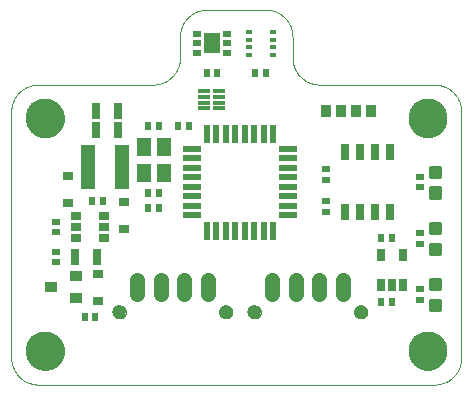
<source format=gts>
G75*
%MOIN*%
%OFA0B0*%
%FSLAX25Y25*%
%IPPOS*%
%LPD*%
%AMOC8*
5,1,8,0,0,1.08239X$1,22.5*
%
%ADD10C,0.00000*%
%ADD11C,0.12998*%
%ADD12R,0.01975X0.02762*%
%ADD13R,0.03156X0.05518*%
%ADD14R,0.03668X0.02880*%
%ADD15R,0.05124X0.14967*%
%ADD16R,0.02762X0.01975*%
%ADD17R,0.06109X0.02369*%
%ADD18R,0.02369X0.06109*%
%ADD19R,0.02900X0.05400*%
%ADD20R,0.03550X0.02880*%
%ADD21R,0.03600X0.03900*%
%ADD22R,0.05124X0.05912*%
%ADD23R,0.03943X0.03550*%
%ADD24C,0.05156*%
%ADD25C,0.04731*%
%ADD26C,0.01561*%
%ADD27R,0.02565X0.01975*%
%ADD28R,0.05321X0.07093*%
%ADD29R,0.02369X0.01778*%
%ADD30R,0.03117X0.04298*%
%ADD31R,0.04337X0.01384*%
D10*
X0014550Y0006924D02*
X0146550Y0006924D01*
X0146767Y0006927D01*
X0146985Y0006935D01*
X0147202Y0006948D01*
X0147419Y0006966D01*
X0147635Y0006990D01*
X0147850Y0007018D01*
X0148065Y0007052D01*
X0148279Y0007092D01*
X0148492Y0007136D01*
X0148704Y0007186D01*
X0148914Y0007240D01*
X0149124Y0007300D01*
X0149331Y0007364D01*
X0149537Y0007434D01*
X0149741Y0007509D01*
X0149944Y0007588D01*
X0150144Y0007673D01*
X0150343Y0007762D01*
X0150539Y0007856D01*
X0150733Y0007955D01*
X0150924Y0008058D01*
X0151113Y0008166D01*
X0151299Y0008279D01*
X0151482Y0008396D01*
X0151663Y0008517D01*
X0151840Y0008643D01*
X0152014Y0008773D01*
X0152186Y0008907D01*
X0152354Y0009045D01*
X0152518Y0009187D01*
X0152679Y0009334D01*
X0152837Y0009484D01*
X0152990Y0009637D01*
X0153140Y0009795D01*
X0153287Y0009956D01*
X0153429Y0010120D01*
X0153567Y0010288D01*
X0153701Y0010460D01*
X0153831Y0010634D01*
X0153957Y0010811D01*
X0154078Y0010992D01*
X0154195Y0011175D01*
X0154308Y0011361D01*
X0154416Y0011550D01*
X0154519Y0011741D01*
X0154618Y0011935D01*
X0154712Y0012131D01*
X0154801Y0012330D01*
X0154886Y0012530D01*
X0154965Y0012733D01*
X0155040Y0012937D01*
X0155110Y0013143D01*
X0155174Y0013350D01*
X0155234Y0013560D01*
X0155288Y0013770D01*
X0155338Y0013982D01*
X0155382Y0014195D01*
X0155422Y0014409D01*
X0155456Y0014624D01*
X0155484Y0014839D01*
X0155508Y0015055D01*
X0155526Y0015272D01*
X0155539Y0015489D01*
X0155547Y0015707D01*
X0155550Y0015924D01*
X0155550Y0097924D01*
X0155547Y0098141D01*
X0155539Y0098359D01*
X0155526Y0098576D01*
X0155508Y0098793D01*
X0155484Y0099009D01*
X0155456Y0099224D01*
X0155422Y0099439D01*
X0155382Y0099653D01*
X0155338Y0099866D01*
X0155288Y0100078D01*
X0155234Y0100288D01*
X0155174Y0100498D01*
X0155110Y0100705D01*
X0155040Y0100911D01*
X0154965Y0101115D01*
X0154886Y0101318D01*
X0154801Y0101518D01*
X0154712Y0101717D01*
X0154618Y0101913D01*
X0154519Y0102107D01*
X0154416Y0102298D01*
X0154308Y0102487D01*
X0154195Y0102673D01*
X0154078Y0102856D01*
X0153957Y0103037D01*
X0153831Y0103214D01*
X0153701Y0103388D01*
X0153567Y0103560D01*
X0153429Y0103728D01*
X0153287Y0103892D01*
X0153140Y0104053D01*
X0152990Y0104211D01*
X0152837Y0104364D01*
X0152679Y0104514D01*
X0152518Y0104661D01*
X0152354Y0104803D01*
X0152186Y0104941D01*
X0152014Y0105075D01*
X0151840Y0105205D01*
X0151663Y0105331D01*
X0151482Y0105452D01*
X0151299Y0105569D01*
X0151113Y0105682D01*
X0150924Y0105790D01*
X0150733Y0105893D01*
X0150539Y0105992D01*
X0150343Y0106086D01*
X0150144Y0106175D01*
X0149944Y0106260D01*
X0149741Y0106339D01*
X0149537Y0106414D01*
X0149331Y0106484D01*
X0149124Y0106548D01*
X0148914Y0106608D01*
X0148704Y0106662D01*
X0148492Y0106712D01*
X0148279Y0106756D01*
X0148065Y0106796D01*
X0147850Y0106830D01*
X0147635Y0106858D01*
X0147419Y0106882D01*
X0147202Y0106900D01*
X0146985Y0106913D01*
X0146767Y0106921D01*
X0146550Y0106924D01*
X0108300Y0106924D01*
X0108083Y0106927D01*
X0107865Y0106935D01*
X0107648Y0106948D01*
X0107431Y0106966D01*
X0107215Y0106990D01*
X0107000Y0107018D01*
X0106785Y0107052D01*
X0106571Y0107092D01*
X0106358Y0107136D01*
X0106146Y0107186D01*
X0105936Y0107240D01*
X0105726Y0107300D01*
X0105519Y0107364D01*
X0105313Y0107434D01*
X0105109Y0107509D01*
X0104906Y0107588D01*
X0104706Y0107673D01*
X0104507Y0107762D01*
X0104311Y0107856D01*
X0104117Y0107955D01*
X0103926Y0108058D01*
X0103737Y0108166D01*
X0103551Y0108279D01*
X0103368Y0108396D01*
X0103187Y0108517D01*
X0103010Y0108643D01*
X0102836Y0108773D01*
X0102664Y0108907D01*
X0102496Y0109045D01*
X0102332Y0109187D01*
X0102171Y0109334D01*
X0102013Y0109484D01*
X0101860Y0109637D01*
X0101710Y0109795D01*
X0101563Y0109956D01*
X0101421Y0110120D01*
X0101283Y0110288D01*
X0101149Y0110460D01*
X0101019Y0110634D01*
X0100893Y0110811D01*
X0100772Y0110992D01*
X0100655Y0111175D01*
X0100542Y0111361D01*
X0100434Y0111550D01*
X0100331Y0111741D01*
X0100232Y0111935D01*
X0100138Y0112131D01*
X0100049Y0112330D01*
X0099964Y0112530D01*
X0099885Y0112733D01*
X0099810Y0112937D01*
X0099740Y0113143D01*
X0099676Y0113350D01*
X0099616Y0113560D01*
X0099562Y0113770D01*
X0099512Y0113982D01*
X0099468Y0114195D01*
X0099428Y0114409D01*
X0099394Y0114624D01*
X0099366Y0114839D01*
X0099342Y0115055D01*
X0099324Y0115272D01*
X0099311Y0115489D01*
X0099303Y0115707D01*
X0099300Y0115924D01*
X0099300Y0122924D01*
X0099297Y0123141D01*
X0099289Y0123359D01*
X0099276Y0123576D01*
X0099258Y0123793D01*
X0099234Y0124009D01*
X0099206Y0124224D01*
X0099172Y0124439D01*
X0099132Y0124653D01*
X0099088Y0124866D01*
X0099038Y0125078D01*
X0098984Y0125288D01*
X0098924Y0125498D01*
X0098860Y0125705D01*
X0098790Y0125911D01*
X0098715Y0126115D01*
X0098636Y0126318D01*
X0098551Y0126518D01*
X0098462Y0126717D01*
X0098368Y0126913D01*
X0098269Y0127107D01*
X0098166Y0127298D01*
X0098058Y0127487D01*
X0097945Y0127673D01*
X0097828Y0127856D01*
X0097707Y0128037D01*
X0097581Y0128214D01*
X0097451Y0128388D01*
X0097317Y0128560D01*
X0097179Y0128728D01*
X0097037Y0128892D01*
X0096890Y0129053D01*
X0096740Y0129211D01*
X0096587Y0129364D01*
X0096429Y0129514D01*
X0096268Y0129661D01*
X0096104Y0129803D01*
X0095936Y0129941D01*
X0095764Y0130075D01*
X0095590Y0130205D01*
X0095413Y0130331D01*
X0095232Y0130452D01*
X0095049Y0130569D01*
X0094863Y0130682D01*
X0094674Y0130790D01*
X0094483Y0130893D01*
X0094289Y0130992D01*
X0094093Y0131086D01*
X0093894Y0131175D01*
X0093694Y0131260D01*
X0093491Y0131339D01*
X0093287Y0131414D01*
X0093081Y0131484D01*
X0092874Y0131548D01*
X0092664Y0131608D01*
X0092454Y0131662D01*
X0092242Y0131712D01*
X0092029Y0131756D01*
X0091815Y0131796D01*
X0091600Y0131830D01*
X0091385Y0131858D01*
X0091169Y0131882D01*
X0090952Y0131900D01*
X0090735Y0131913D01*
X0090517Y0131921D01*
X0090300Y0131924D01*
X0070800Y0131924D01*
X0070583Y0131921D01*
X0070365Y0131913D01*
X0070148Y0131900D01*
X0069931Y0131882D01*
X0069715Y0131858D01*
X0069500Y0131830D01*
X0069285Y0131796D01*
X0069071Y0131756D01*
X0068858Y0131712D01*
X0068646Y0131662D01*
X0068436Y0131608D01*
X0068226Y0131548D01*
X0068019Y0131484D01*
X0067813Y0131414D01*
X0067609Y0131339D01*
X0067406Y0131260D01*
X0067206Y0131175D01*
X0067007Y0131086D01*
X0066811Y0130992D01*
X0066617Y0130893D01*
X0066426Y0130790D01*
X0066237Y0130682D01*
X0066051Y0130569D01*
X0065868Y0130452D01*
X0065687Y0130331D01*
X0065510Y0130205D01*
X0065336Y0130075D01*
X0065164Y0129941D01*
X0064996Y0129803D01*
X0064832Y0129661D01*
X0064671Y0129514D01*
X0064513Y0129364D01*
X0064360Y0129211D01*
X0064210Y0129053D01*
X0064063Y0128892D01*
X0063921Y0128728D01*
X0063783Y0128560D01*
X0063649Y0128388D01*
X0063519Y0128214D01*
X0063393Y0128037D01*
X0063272Y0127856D01*
X0063155Y0127673D01*
X0063042Y0127487D01*
X0062934Y0127298D01*
X0062831Y0127107D01*
X0062732Y0126913D01*
X0062638Y0126717D01*
X0062549Y0126518D01*
X0062464Y0126318D01*
X0062385Y0126115D01*
X0062310Y0125911D01*
X0062240Y0125705D01*
X0062176Y0125498D01*
X0062116Y0125288D01*
X0062062Y0125078D01*
X0062012Y0124866D01*
X0061968Y0124653D01*
X0061928Y0124439D01*
X0061894Y0124224D01*
X0061866Y0124009D01*
X0061842Y0123793D01*
X0061824Y0123576D01*
X0061811Y0123359D01*
X0061803Y0123141D01*
X0061800Y0122924D01*
X0061800Y0115924D01*
X0061797Y0115707D01*
X0061789Y0115489D01*
X0061776Y0115272D01*
X0061758Y0115055D01*
X0061734Y0114839D01*
X0061706Y0114624D01*
X0061672Y0114409D01*
X0061632Y0114195D01*
X0061588Y0113982D01*
X0061538Y0113770D01*
X0061484Y0113560D01*
X0061424Y0113350D01*
X0061360Y0113143D01*
X0061290Y0112937D01*
X0061215Y0112733D01*
X0061136Y0112530D01*
X0061051Y0112330D01*
X0060962Y0112131D01*
X0060868Y0111935D01*
X0060769Y0111741D01*
X0060666Y0111550D01*
X0060558Y0111361D01*
X0060445Y0111175D01*
X0060328Y0110992D01*
X0060207Y0110811D01*
X0060081Y0110634D01*
X0059951Y0110460D01*
X0059817Y0110288D01*
X0059679Y0110120D01*
X0059537Y0109956D01*
X0059390Y0109795D01*
X0059240Y0109637D01*
X0059087Y0109484D01*
X0058929Y0109334D01*
X0058768Y0109187D01*
X0058604Y0109045D01*
X0058436Y0108907D01*
X0058264Y0108773D01*
X0058090Y0108643D01*
X0057913Y0108517D01*
X0057732Y0108396D01*
X0057549Y0108279D01*
X0057363Y0108166D01*
X0057174Y0108058D01*
X0056983Y0107955D01*
X0056789Y0107856D01*
X0056593Y0107762D01*
X0056394Y0107673D01*
X0056194Y0107588D01*
X0055991Y0107509D01*
X0055787Y0107434D01*
X0055581Y0107364D01*
X0055374Y0107300D01*
X0055164Y0107240D01*
X0054954Y0107186D01*
X0054742Y0107136D01*
X0054529Y0107092D01*
X0054315Y0107052D01*
X0054100Y0107018D01*
X0053885Y0106990D01*
X0053669Y0106966D01*
X0053452Y0106948D01*
X0053235Y0106935D01*
X0053017Y0106927D01*
X0052800Y0106924D01*
X0014550Y0106924D01*
X0014333Y0106921D01*
X0014115Y0106913D01*
X0013898Y0106900D01*
X0013681Y0106882D01*
X0013465Y0106858D01*
X0013250Y0106830D01*
X0013035Y0106796D01*
X0012821Y0106756D01*
X0012608Y0106712D01*
X0012396Y0106662D01*
X0012186Y0106608D01*
X0011976Y0106548D01*
X0011769Y0106484D01*
X0011563Y0106414D01*
X0011359Y0106339D01*
X0011156Y0106260D01*
X0010956Y0106175D01*
X0010757Y0106086D01*
X0010561Y0105992D01*
X0010367Y0105893D01*
X0010176Y0105790D01*
X0009987Y0105682D01*
X0009801Y0105569D01*
X0009618Y0105452D01*
X0009437Y0105331D01*
X0009260Y0105205D01*
X0009086Y0105075D01*
X0008914Y0104941D01*
X0008746Y0104803D01*
X0008582Y0104661D01*
X0008421Y0104514D01*
X0008263Y0104364D01*
X0008110Y0104211D01*
X0007960Y0104053D01*
X0007813Y0103892D01*
X0007671Y0103728D01*
X0007533Y0103560D01*
X0007399Y0103388D01*
X0007269Y0103214D01*
X0007143Y0103037D01*
X0007022Y0102856D01*
X0006905Y0102673D01*
X0006792Y0102487D01*
X0006684Y0102298D01*
X0006581Y0102107D01*
X0006482Y0101913D01*
X0006388Y0101717D01*
X0006299Y0101518D01*
X0006214Y0101318D01*
X0006135Y0101115D01*
X0006060Y0100911D01*
X0005990Y0100705D01*
X0005926Y0100498D01*
X0005866Y0100288D01*
X0005812Y0100078D01*
X0005762Y0099866D01*
X0005718Y0099653D01*
X0005678Y0099439D01*
X0005644Y0099224D01*
X0005616Y0099009D01*
X0005592Y0098793D01*
X0005574Y0098576D01*
X0005561Y0098359D01*
X0005553Y0098141D01*
X0005550Y0097924D01*
X0005550Y0015924D01*
X0005553Y0015707D01*
X0005561Y0015489D01*
X0005574Y0015272D01*
X0005592Y0015055D01*
X0005616Y0014839D01*
X0005644Y0014624D01*
X0005678Y0014409D01*
X0005718Y0014195D01*
X0005762Y0013982D01*
X0005812Y0013770D01*
X0005866Y0013560D01*
X0005926Y0013350D01*
X0005990Y0013143D01*
X0006060Y0012937D01*
X0006135Y0012733D01*
X0006214Y0012530D01*
X0006299Y0012330D01*
X0006388Y0012131D01*
X0006482Y0011935D01*
X0006581Y0011741D01*
X0006684Y0011550D01*
X0006792Y0011361D01*
X0006905Y0011175D01*
X0007022Y0010992D01*
X0007143Y0010811D01*
X0007269Y0010634D01*
X0007399Y0010460D01*
X0007533Y0010288D01*
X0007671Y0010120D01*
X0007813Y0009956D01*
X0007960Y0009795D01*
X0008110Y0009637D01*
X0008263Y0009484D01*
X0008421Y0009334D01*
X0008582Y0009187D01*
X0008746Y0009045D01*
X0008914Y0008907D01*
X0009086Y0008773D01*
X0009260Y0008643D01*
X0009437Y0008517D01*
X0009618Y0008396D01*
X0009801Y0008279D01*
X0009987Y0008166D01*
X0010176Y0008058D01*
X0010367Y0007955D01*
X0010561Y0007856D01*
X0010757Y0007762D01*
X0010956Y0007673D01*
X0011156Y0007588D01*
X0011359Y0007509D01*
X0011563Y0007434D01*
X0011769Y0007364D01*
X0011976Y0007300D01*
X0012186Y0007240D01*
X0012396Y0007186D01*
X0012608Y0007136D01*
X0012821Y0007092D01*
X0013035Y0007052D01*
X0013250Y0007018D01*
X0013465Y0006990D01*
X0013681Y0006966D01*
X0013898Y0006948D01*
X0014115Y0006935D01*
X0014333Y0006927D01*
X0014550Y0006924D01*
X0010501Y0018174D02*
X0010503Y0018332D01*
X0010509Y0018490D01*
X0010519Y0018648D01*
X0010533Y0018806D01*
X0010551Y0018963D01*
X0010572Y0019120D01*
X0010598Y0019276D01*
X0010628Y0019432D01*
X0010661Y0019587D01*
X0010699Y0019740D01*
X0010740Y0019893D01*
X0010785Y0020045D01*
X0010834Y0020196D01*
X0010887Y0020345D01*
X0010943Y0020493D01*
X0011003Y0020639D01*
X0011067Y0020784D01*
X0011135Y0020927D01*
X0011206Y0021069D01*
X0011280Y0021209D01*
X0011358Y0021346D01*
X0011440Y0021482D01*
X0011524Y0021616D01*
X0011613Y0021747D01*
X0011704Y0021876D01*
X0011799Y0022003D01*
X0011896Y0022128D01*
X0011997Y0022250D01*
X0012101Y0022369D01*
X0012208Y0022486D01*
X0012318Y0022600D01*
X0012431Y0022711D01*
X0012546Y0022820D01*
X0012664Y0022925D01*
X0012785Y0023027D01*
X0012908Y0023127D01*
X0013034Y0023223D01*
X0013162Y0023316D01*
X0013292Y0023406D01*
X0013425Y0023492D01*
X0013560Y0023576D01*
X0013696Y0023655D01*
X0013835Y0023732D01*
X0013976Y0023804D01*
X0014118Y0023874D01*
X0014262Y0023939D01*
X0014408Y0024001D01*
X0014555Y0024059D01*
X0014704Y0024114D01*
X0014854Y0024165D01*
X0015005Y0024212D01*
X0015157Y0024255D01*
X0015310Y0024294D01*
X0015465Y0024330D01*
X0015620Y0024361D01*
X0015776Y0024389D01*
X0015932Y0024413D01*
X0016089Y0024433D01*
X0016247Y0024449D01*
X0016404Y0024461D01*
X0016563Y0024469D01*
X0016721Y0024473D01*
X0016879Y0024473D01*
X0017037Y0024469D01*
X0017196Y0024461D01*
X0017353Y0024449D01*
X0017511Y0024433D01*
X0017668Y0024413D01*
X0017824Y0024389D01*
X0017980Y0024361D01*
X0018135Y0024330D01*
X0018290Y0024294D01*
X0018443Y0024255D01*
X0018595Y0024212D01*
X0018746Y0024165D01*
X0018896Y0024114D01*
X0019045Y0024059D01*
X0019192Y0024001D01*
X0019338Y0023939D01*
X0019482Y0023874D01*
X0019624Y0023804D01*
X0019765Y0023732D01*
X0019904Y0023655D01*
X0020040Y0023576D01*
X0020175Y0023492D01*
X0020308Y0023406D01*
X0020438Y0023316D01*
X0020566Y0023223D01*
X0020692Y0023127D01*
X0020815Y0023027D01*
X0020936Y0022925D01*
X0021054Y0022820D01*
X0021169Y0022711D01*
X0021282Y0022600D01*
X0021392Y0022486D01*
X0021499Y0022369D01*
X0021603Y0022250D01*
X0021704Y0022128D01*
X0021801Y0022003D01*
X0021896Y0021876D01*
X0021987Y0021747D01*
X0022076Y0021616D01*
X0022160Y0021482D01*
X0022242Y0021346D01*
X0022320Y0021209D01*
X0022394Y0021069D01*
X0022465Y0020927D01*
X0022533Y0020784D01*
X0022597Y0020639D01*
X0022657Y0020493D01*
X0022713Y0020345D01*
X0022766Y0020196D01*
X0022815Y0020045D01*
X0022860Y0019893D01*
X0022901Y0019740D01*
X0022939Y0019587D01*
X0022972Y0019432D01*
X0023002Y0019276D01*
X0023028Y0019120D01*
X0023049Y0018963D01*
X0023067Y0018806D01*
X0023081Y0018648D01*
X0023091Y0018490D01*
X0023097Y0018332D01*
X0023099Y0018174D01*
X0023097Y0018016D01*
X0023091Y0017858D01*
X0023081Y0017700D01*
X0023067Y0017542D01*
X0023049Y0017385D01*
X0023028Y0017228D01*
X0023002Y0017072D01*
X0022972Y0016916D01*
X0022939Y0016761D01*
X0022901Y0016608D01*
X0022860Y0016455D01*
X0022815Y0016303D01*
X0022766Y0016152D01*
X0022713Y0016003D01*
X0022657Y0015855D01*
X0022597Y0015709D01*
X0022533Y0015564D01*
X0022465Y0015421D01*
X0022394Y0015279D01*
X0022320Y0015139D01*
X0022242Y0015002D01*
X0022160Y0014866D01*
X0022076Y0014732D01*
X0021987Y0014601D01*
X0021896Y0014472D01*
X0021801Y0014345D01*
X0021704Y0014220D01*
X0021603Y0014098D01*
X0021499Y0013979D01*
X0021392Y0013862D01*
X0021282Y0013748D01*
X0021169Y0013637D01*
X0021054Y0013528D01*
X0020936Y0013423D01*
X0020815Y0013321D01*
X0020692Y0013221D01*
X0020566Y0013125D01*
X0020438Y0013032D01*
X0020308Y0012942D01*
X0020175Y0012856D01*
X0020040Y0012772D01*
X0019904Y0012693D01*
X0019765Y0012616D01*
X0019624Y0012544D01*
X0019482Y0012474D01*
X0019338Y0012409D01*
X0019192Y0012347D01*
X0019045Y0012289D01*
X0018896Y0012234D01*
X0018746Y0012183D01*
X0018595Y0012136D01*
X0018443Y0012093D01*
X0018290Y0012054D01*
X0018135Y0012018D01*
X0017980Y0011987D01*
X0017824Y0011959D01*
X0017668Y0011935D01*
X0017511Y0011915D01*
X0017353Y0011899D01*
X0017196Y0011887D01*
X0017037Y0011879D01*
X0016879Y0011875D01*
X0016721Y0011875D01*
X0016563Y0011879D01*
X0016404Y0011887D01*
X0016247Y0011899D01*
X0016089Y0011915D01*
X0015932Y0011935D01*
X0015776Y0011959D01*
X0015620Y0011987D01*
X0015465Y0012018D01*
X0015310Y0012054D01*
X0015157Y0012093D01*
X0015005Y0012136D01*
X0014854Y0012183D01*
X0014704Y0012234D01*
X0014555Y0012289D01*
X0014408Y0012347D01*
X0014262Y0012409D01*
X0014118Y0012474D01*
X0013976Y0012544D01*
X0013835Y0012616D01*
X0013696Y0012693D01*
X0013560Y0012772D01*
X0013425Y0012856D01*
X0013292Y0012942D01*
X0013162Y0013032D01*
X0013034Y0013125D01*
X0012908Y0013221D01*
X0012785Y0013321D01*
X0012664Y0013423D01*
X0012546Y0013528D01*
X0012431Y0013637D01*
X0012318Y0013748D01*
X0012208Y0013862D01*
X0012101Y0013979D01*
X0011997Y0014098D01*
X0011896Y0014220D01*
X0011799Y0014345D01*
X0011704Y0014472D01*
X0011613Y0014601D01*
X0011524Y0014732D01*
X0011440Y0014866D01*
X0011358Y0015002D01*
X0011280Y0015139D01*
X0011206Y0015279D01*
X0011135Y0015421D01*
X0011067Y0015564D01*
X0011003Y0015709D01*
X0010943Y0015855D01*
X0010887Y0016003D01*
X0010834Y0016152D01*
X0010785Y0016303D01*
X0010740Y0016455D01*
X0010699Y0016608D01*
X0010661Y0016761D01*
X0010628Y0016916D01*
X0010598Y0017072D01*
X0010572Y0017228D01*
X0010551Y0017385D01*
X0010533Y0017542D01*
X0010519Y0017700D01*
X0010509Y0017858D01*
X0010503Y0018016D01*
X0010501Y0018174D01*
X0039418Y0031156D02*
X0039420Y0031249D01*
X0039426Y0031341D01*
X0039436Y0031433D01*
X0039450Y0031524D01*
X0039467Y0031615D01*
X0039489Y0031705D01*
X0039514Y0031794D01*
X0039543Y0031882D01*
X0039576Y0031968D01*
X0039613Y0032053D01*
X0039653Y0032137D01*
X0039697Y0032218D01*
X0039744Y0032298D01*
X0039794Y0032376D01*
X0039848Y0032451D01*
X0039905Y0032524D01*
X0039965Y0032594D01*
X0040028Y0032662D01*
X0040094Y0032727D01*
X0040162Y0032789D01*
X0040233Y0032849D01*
X0040307Y0032905D01*
X0040383Y0032958D01*
X0040461Y0033007D01*
X0040541Y0033054D01*
X0040623Y0033096D01*
X0040707Y0033136D01*
X0040792Y0033171D01*
X0040879Y0033203D01*
X0040967Y0033232D01*
X0041056Y0033256D01*
X0041146Y0033277D01*
X0041237Y0033293D01*
X0041329Y0033306D01*
X0041421Y0033315D01*
X0041514Y0033320D01*
X0041606Y0033321D01*
X0041699Y0033318D01*
X0041791Y0033311D01*
X0041883Y0033300D01*
X0041974Y0033285D01*
X0042065Y0033267D01*
X0042155Y0033244D01*
X0042243Y0033218D01*
X0042331Y0033188D01*
X0042417Y0033154D01*
X0042501Y0033117D01*
X0042584Y0033075D01*
X0042665Y0033031D01*
X0042745Y0032983D01*
X0042822Y0032932D01*
X0042896Y0032877D01*
X0042969Y0032819D01*
X0043039Y0032759D01*
X0043106Y0032695D01*
X0043170Y0032629D01*
X0043232Y0032559D01*
X0043290Y0032488D01*
X0043345Y0032414D01*
X0043397Y0032337D01*
X0043446Y0032258D01*
X0043492Y0032178D01*
X0043534Y0032095D01*
X0043572Y0032011D01*
X0043607Y0031925D01*
X0043638Y0031838D01*
X0043665Y0031750D01*
X0043688Y0031660D01*
X0043708Y0031570D01*
X0043724Y0031479D01*
X0043736Y0031387D01*
X0043744Y0031295D01*
X0043748Y0031202D01*
X0043748Y0031110D01*
X0043744Y0031017D01*
X0043736Y0030925D01*
X0043724Y0030833D01*
X0043708Y0030742D01*
X0043688Y0030652D01*
X0043665Y0030562D01*
X0043638Y0030474D01*
X0043607Y0030387D01*
X0043572Y0030301D01*
X0043534Y0030217D01*
X0043492Y0030134D01*
X0043446Y0030054D01*
X0043397Y0029975D01*
X0043345Y0029898D01*
X0043290Y0029824D01*
X0043232Y0029753D01*
X0043170Y0029683D01*
X0043106Y0029617D01*
X0043039Y0029553D01*
X0042969Y0029493D01*
X0042896Y0029435D01*
X0042822Y0029380D01*
X0042745Y0029329D01*
X0042666Y0029281D01*
X0042584Y0029237D01*
X0042501Y0029195D01*
X0042417Y0029158D01*
X0042331Y0029124D01*
X0042243Y0029094D01*
X0042155Y0029068D01*
X0042065Y0029045D01*
X0041974Y0029027D01*
X0041883Y0029012D01*
X0041791Y0029001D01*
X0041699Y0028994D01*
X0041606Y0028991D01*
X0041514Y0028992D01*
X0041421Y0028997D01*
X0041329Y0029006D01*
X0041237Y0029019D01*
X0041146Y0029035D01*
X0041056Y0029056D01*
X0040967Y0029080D01*
X0040879Y0029109D01*
X0040792Y0029141D01*
X0040707Y0029176D01*
X0040623Y0029216D01*
X0040541Y0029258D01*
X0040461Y0029305D01*
X0040383Y0029354D01*
X0040307Y0029407D01*
X0040233Y0029463D01*
X0040162Y0029523D01*
X0040094Y0029585D01*
X0040028Y0029650D01*
X0039965Y0029718D01*
X0039905Y0029788D01*
X0039848Y0029861D01*
X0039794Y0029936D01*
X0039744Y0030014D01*
X0039697Y0030094D01*
X0039653Y0030175D01*
X0039613Y0030259D01*
X0039576Y0030344D01*
X0039543Y0030430D01*
X0039514Y0030518D01*
X0039489Y0030607D01*
X0039467Y0030697D01*
X0039450Y0030788D01*
X0039436Y0030879D01*
X0039426Y0030971D01*
X0039420Y0031063D01*
X0039418Y0031156D01*
X0074852Y0031156D02*
X0074854Y0031249D01*
X0074860Y0031341D01*
X0074870Y0031433D01*
X0074884Y0031524D01*
X0074901Y0031615D01*
X0074923Y0031705D01*
X0074948Y0031794D01*
X0074977Y0031882D01*
X0075010Y0031968D01*
X0075047Y0032053D01*
X0075087Y0032137D01*
X0075131Y0032218D01*
X0075178Y0032298D01*
X0075228Y0032376D01*
X0075282Y0032451D01*
X0075339Y0032524D01*
X0075399Y0032594D01*
X0075462Y0032662D01*
X0075528Y0032727D01*
X0075596Y0032789D01*
X0075667Y0032849D01*
X0075741Y0032905D01*
X0075817Y0032958D01*
X0075895Y0033007D01*
X0075975Y0033054D01*
X0076057Y0033096D01*
X0076141Y0033136D01*
X0076226Y0033171D01*
X0076313Y0033203D01*
X0076401Y0033232D01*
X0076490Y0033256D01*
X0076580Y0033277D01*
X0076671Y0033293D01*
X0076763Y0033306D01*
X0076855Y0033315D01*
X0076948Y0033320D01*
X0077040Y0033321D01*
X0077133Y0033318D01*
X0077225Y0033311D01*
X0077317Y0033300D01*
X0077408Y0033285D01*
X0077499Y0033267D01*
X0077589Y0033244D01*
X0077677Y0033218D01*
X0077765Y0033188D01*
X0077851Y0033154D01*
X0077935Y0033117D01*
X0078018Y0033075D01*
X0078099Y0033031D01*
X0078179Y0032983D01*
X0078256Y0032932D01*
X0078330Y0032877D01*
X0078403Y0032819D01*
X0078473Y0032759D01*
X0078540Y0032695D01*
X0078604Y0032629D01*
X0078666Y0032559D01*
X0078724Y0032488D01*
X0078779Y0032414D01*
X0078831Y0032337D01*
X0078880Y0032258D01*
X0078926Y0032178D01*
X0078968Y0032095D01*
X0079006Y0032011D01*
X0079041Y0031925D01*
X0079072Y0031838D01*
X0079099Y0031750D01*
X0079122Y0031660D01*
X0079142Y0031570D01*
X0079158Y0031479D01*
X0079170Y0031387D01*
X0079178Y0031295D01*
X0079182Y0031202D01*
X0079182Y0031110D01*
X0079178Y0031017D01*
X0079170Y0030925D01*
X0079158Y0030833D01*
X0079142Y0030742D01*
X0079122Y0030652D01*
X0079099Y0030562D01*
X0079072Y0030474D01*
X0079041Y0030387D01*
X0079006Y0030301D01*
X0078968Y0030217D01*
X0078926Y0030134D01*
X0078880Y0030054D01*
X0078831Y0029975D01*
X0078779Y0029898D01*
X0078724Y0029824D01*
X0078666Y0029753D01*
X0078604Y0029683D01*
X0078540Y0029617D01*
X0078473Y0029553D01*
X0078403Y0029493D01*
X0078330Y0029435D01*
X0078256Y0029380D01*
X0078179Y0029329D01*
X0078100Y0029281D01*
X0078018Y0029237D01*
X0077935Y0029195D01*
X0077851Y0029158D01*
X0077765Y0029124D01*
X0077677Y0029094D01*
X0077589Y0029068D01*
X0077499Y0029045D01*
X0077408Y0029027D01*
X0077317Y0029012D01*
X0077225Y0029001D01*
X0077133Y0028994D01*
X0077040Y0028991D01*
X0076948Y0028992D01*
X0076855Y0028997D01*
X0076763Y0029006D01*
X0076671Y0029019D01*
X0076580Y0029035D01*
X0076490Y0029056D01*
X0076401Y0029080D01*
X0076313Y0029109D01*
X0076226Y0029141D01*
X0076141Y0029176D01*
X0076057Y0029216D01*
X0075975Y0029258D01*
X0075895Y0029305D01*
X0075817Y0029354D01*
X0075741Y0029407D01*
X0075667Y0029463D01*
X0075596Y0029523D01*
X0075528Y0029585D01*
X0075462Y0029650D01*
X0075399Y0029718D01*
X0075339Y0029788D01*
X0075282Y0029861D01*
X0075228Y0029936D01*
X0075178Y0030014D01*
X0075131Y0030094D01*
X0075087Y0030175D01*
X0075047Y0030259D01*
X0075010Y0030344D01*
X0074977Y0030430D01*
X0074948Y0030518D01*
X0074923Y0030607D01*
X0074901Y0030697D01*
X0074884Y0030788D01*
X0074870Y0030879D01*
X0074860Y0030971D01*
X0074854Y0031063D01*
X0074852Y0031156D01*
X0084418Y0031156D02*
X0084420Y0031249D01*
X0084426Y0031341D01*
X0084436Y0031433D01*
X0084450Y0031524D01*
X0084467Y0031615D01*
X0084489Y0031705D01*
X0084514Y0031794D01*
X0084543Y0031882D01*
X0084576Y0031968D01*
X0084613Y0032053D01*
X0084653Y0032137D01*
X0084697Y0032218D01*
X0084744Y0032298D01*
X0084794Y0032376D01*
X0084848Y0032451D01*
X0084905Y0032524D01*
X0084965Y0032594D01*
X0085028Y0032662D01*
X0085094Y0032727D01*
X0085162Y0032789D01*
X0085233Y0032849D01*
X0085307Y0032905D01*
X0085383Y0032958D01*
X0085461Y0033007D01*
X0085541Y0033054D01*
X0085623Y0033096D01*
X0085707Y0033136D01*
X0085792Y0033171D01*
X0085879Y0033203D01*
X0085967Y0033232D01*
X0086056Y0033256D01*
X0086146Y0033277D01*
X0086237Y0033293D01*
X0086329Y0033306D01*
X0086421Y0033315D01*
X0086514Y0033320D01*
X0086606Y0033321D01*
X0086699Y0033318D01*
X0086791Y0033311D01*
X0086883Y0033300D01*
X0086974Y0033285D01*
X0087065Y0033267D01*
X0087155Y0033244D01*
X0087243Y0033218D01*
X0087331Y0033188D01*
X0087417Y0033154D01*
X0087501Y0033117D01*
X0087584Y0033075D01*
X0087665Y0033031D01*
X0087745Y0032983D01*
X0087822Y0032932D01*
X0087896Y0032877D01*
X0087969Y0032819D01*
X0088039Y0032759D01*
X0088106Y0032695D01*
X0088170Y0032629D01*
X0088232Y0032559D01*
X0088290Y0032488D01*
X0088345Y0032414D01*
X0088397Y0032337D01*
X0088446Y0032258D01*
X0088492Y0032178D01*
X0088534Y0032095D01*
X0088572Y0032011D01*
X0088607Y0031925D01*
X0088638Y0031838D01*
X0088665Y0031750D01*
X0088688Y0031660D01*
X0088708Y0031570D01*
X0088724Y0031479D01*
X0088736Y0031387D01*
X0088744Y0031295D01*
X0088748Y0031202D01*
X0088748Y0031110D01*
X0088744Y0031017D01*
X0088736Y0030925D01*
X0088724Y0030833D01*
X0088708Y0030742D01*
X0088688Y0030652D01*
X0088665Y0030562D01*
X0088638Y0030474D01*
X0088607Y0030387D01*
X0088572Y0030301D01*
X0088534Y0030217D01*
X0088492Y0030134D01*
X0088446Y0030054D01*
X0088397Y0029975D01*
X0088345Y0029898D01*
X0088290Y0029824D01*
X0088232Y0029753D01*
X0088170Y0029683D01*
X0088106Y0029617D01*
X0088039Y0029553D01*
X0087969Y0029493D01*
X0087896Y0029435D01*
X0087822Y0029380D01*
X0087745Y0029329D01*
X0087666Y0029281D01*
X0087584Y0029237D01*
X0087501Y0029195D01*
X0087417Y0029158D01*
X0087331Y0029124D01*
X0087243Y0029094D01*
X0087155Y0029068D01*
X0087065Y0029045D01*
X0086974Y0029027D01*
X0086883Y0029012D01*
X0086791Y0029001D01*
X0086699Y0028994D01*
X0086606Y0028991D01*
X0086514Y0028992D01*
X0086421Y0028997D01*
X0086329Y0029006D01*
X0086237Y0029019D01*
X0086146Y0029035D01*
X0086056Y0029056D01*
X0085967Y0029080D01*
X0085879Y0029109D01*
X0085792Y0029141D01*
X0085707Y0029176D01*
X0085623Y0029216D01*
X0085541Y0029258D01*
X0085461Y0029305D01*
X0085383Y0029354D01*
X0085307Y0029407D01*
X0085233Y0029463D01*
X0085162Y0029523D01*
X0085094Y0029585D01*
X0085028Y0029650D01*
X0084965Y0029718D01*
X0084905Y0029788D01*
X0084848Y0029861D01*
X0084794Y0029936D01*
X0084744Y0030014D01*
X0084697Y0030094D01*
X0084653Y0030175D01*
X0084613Y0030259D01*
X0084576Y0030344D01*
X0084543Y0030430D01*
X0084514Y0030518D01*
X0084489Y0030607D01*
X0084467Y0030697D01*
X0084450Y0030788D01*
X0084436Y0030879D01*
X0084426Y0030971D01*
X0084420Y0031063D01*
X0084418Y0031156D01*
X0119852Y0031156D02*
X0119854Y0031249D01*
X0119860Y0031341D01*
X0119870Y0031433D01*
X0119884Y0031524D01*
X0119901Y0031615D01*
X0119923Y0031705D01*
X0119948Y0031794D01*
X0119977Y0031882D01*
X0120010Y0031968D01*
X0120047Y0032053D01*
X0120087Y0032137D01*
X0120131Y0032218D01*
X0120178Y0032298D01*
X0120228Y0032376D01*
X0120282Y0032451D01*
X0120339Y0032524D01*
X0120399Y0032594D01*
X0120462Y0032662D01*
X0120528Y0032727D01*
X0120596Y0032789D01*
X0120667Y0032849D01*
X0120741Y0032905D01*
X0120817Y0032958D01*
X0120895Y0033007D01*
X0120975Y0033054D01*
X0121057Y0033096D01*
X0121141Y0033136D01*
X0121226Y0033171D01*
X0121313Y0033203D01*
X0121401Y0033232D01*
X0121490Y0033256D01*
X0121580Y0033277D01*
X0121671Y0033293D01*
X0121763Y0033306D01*
X0121855Y0033315D01*
X0121948Y0033320D01*
X0122040Y0033321D01*
X0122133Y0033318D01*
X0122225Y0033311D01*
X0122317Y0033300D01*
X0122408Y0033285D01*
X0122499Y0033267D01*
X0122589Y0033244D01*
X0122677Y0033218D01*
X0122765Y0033188D01*
X0122851Y0033154D01*
X0122935Y0033117D01*
X0123018Y0033075D01*
X0123099Y0033031D01*
X0123179Y0032983D01*
X0123256Y0032932D01*
X0123330Y0032877D01*
X0123403Y0032819D01*
X0123473Y0032759D01*
X0123540Y0032695D01*
X0123604Y0032629D01*
X0123666Y0032559D01*
X0123724Y0032488D01*
X0123779Y0032414D01*
X0123831Y0032337D01*
X0123880Y0032258D01*
X0123926Y0032178D01*
X0123968Y0032095D01*
X0124006Y0032011D01*
X0124041Y0031925D01*
X0124072Y0031838D01*
X0124099Y0031750D01*
X0124122Y0031660D01*
X0124142Y0031570D01*
X0124158Y0031479D01*
X0124170Y0031387D01*
X0124178Y0031295D01*
X0124182Y0031202D01*
X0124182Y0031110D01*
X0124178Y0031017D01*
X0124170Y0030925D01*
X0124158Y0030833D01*
X0124142Y0030742D01*
X0124122Y0030652D01*
X0124099Y0030562D01*
X0124072Y0030474D01*
X0124041Y0030387D01*
X0124006Y0030301D01*
X0123968Y0030217D01*
X0123926Y0030134D01*
X0123880Y0030054D01*
X0123831Y0029975D01*
X0123779Y0029898D01*
X0123724Y0029824D01*
X0123666Y0029753D01*
X0123604Y0029683D01*
X0123540Y0029617D01*
X0123473Y0029553D01*
X0123403Y0029493D01*
X0123330Y0029435D01*
X0123256Y0029380D01*
X0123179Y0029329D01*
X0123100Y0029281D01*
X0123018Y0029237D01*
X0122935Y0029195D01*
X0122851Y0029158D01*
X0122765Y0029124D01*
X0122677Y0029094D01*
X0122589Y0029068D01*
X0122499Y0029045D01*
X0122408Y0029027D01*
X0122317Y0029012D01*
X0122225Y0029001D01*
X0122133Y0028994D01*
X0122040Y0028991D01*
X0121948Y0028992D01*
X0121855Y0028997D01*
X0121763Y0029006D01*
X0121671Y0029019D01*
X0121580Y0029035D01*
X0121490Y0029056D01*
X0121401Y0029080D01*
X0121313Y0029109D01*
X0121226Y0029141D01*
X0121141Y0029176D01*
X0121057Y0029216D01*
X0120975Y0029258D01*
X0120895Y0029305D01*
X0120817Y0029354D01*
X0120741Y0029407D01*
X0120667Y0029463D01*
X0120596Y0029523D01*
X0120528Y0029585D01*
X0120462Y0029650D01*
X0120399Y0029718D01*
X0120339Y0029788D01*
X0120282Y0029861D01*
X0120228Y0029936D01*
X0120178Y0030014D01*
X0120131Y0030094D01*
X0120087Y0030175D01*
X0120047Y0030259D01*
X0120010Y0030344D01*
X0119977Y0030430D01*
X0119948Y0030518D01*
X0119923Y0030607D01*
X0119901Y0030697D01*
X0119884Y0030788D01*
X0119870Y0030879D01*
X0119860Y0030971D01*
X0119854Y0031063D01*
X0119852Y0031156D01*
X0138001Y0018174D02*
X0138003Y0018332D01*
X0138009Y0018490D01*
X0138019Y0018648D01*
X0138033Y0018806D01*
X0138051Y0018963D01*
X0138072Y0019120D01*
X0138098Y0019276D01*
X0138128Y0019432D01*
X0138161Y0019587D01*
X0138199Y0019740D01*
X0138240Y0019893D01*
X0138285Y0020045D01*
X0138334Y0020196D01*
X0138387Y0020345D01*
X0138443Y0020493D01*
X0138503Y0020639D01*
X0138567Y0020784D01*
X0138635Y0020927D01*
X0138706Y0021069D01*
X0138780Y0021209D01*
X0138858Y0021346D01*
X0138940Y0021482D01*
X0139024Y0021616D01*
X0139113Y0021747D01*
X0139204Y0021876D01*
X0139299Y0022003D01*
X0139396Y0022128D01*
X0139497Y0022250D01*
X0139601Y0022369D01*
X0139708Y0022486D01*
X0139818Y0022600D01*
X0139931Y0022711D01*
X0140046Y0022820D01*
X0140164Y0022925D01*
X0140285Y0023027D01*
X0140408Y0023127D01*
X0140534Y0023223D01*
X0140662Y0023316D01*
X0140792Y0023406D01*
X0140925Y0023492D01*
X0141060Y0023576D01*
X0141196Y0023655D01*
X0141335Y0023732D01*
X0141476Y0023804D01*
X0141618Y0023874D01*
X0141762Y0023939D01*
X0141908Y0024001D01*
X0142055Y0024059D01*
X0142204Y0024114D01*
X0142354Y0024165D01*
X0142505Y0024212D01*
X0142657Y0024255D01*
X0142810Y0024294D01*
X0142965Y0024330D01*
X0143120Y0024361D01*
X0143276Y0024389D01*
X0143432Y0024413D01*
X0143589Y0024433D01*
X0143747Y0024449D01*
X0143904Y0024461D01*
X0144063Y0024469D01*
X0144221Y0024473D01*
X0144379Y0024473D01*
X0144537Y0024469D01*
X0144696Y0024461D01*
X0144853Y0024449D01*
X0145011Y0024433D01*
X0145168Y0024413D01*
X0145324Y0024389D01*
X0145480Y0024361D01*
X0145635Y0024330D01*
X0145790Y0024294D01*
X0145943Y0024255D01*
X0146095Y0024212D01*
X0146246Y0024165D01*
X0146396Y0024114D01*
X0146545Y0024059D01*
X0146692Y0024001D01*
X0146838Y0023939D01*
X0146982Y0023874D01*
X0147124Y0023804D01*
X0147265Y0023732D01*
X0147404Y0023655D01*
X0147540Y0023576D01*
X0147675Y0023492D01*
X0147808Y0023406D01*
X0147938Y0023316D01*
X0148066Y0023223D01*
X0148192Y0023127D01*
X0148315Y0023027D01*
X0148436Y0022925D01*
X0148554Y0022820D01*
X0148669Y0022711D01*
X0148782Y0022600D01*
X0148892Y0022486D01*
X0148999Y0022369D01*
X0149103Y0022250D01*
X0149204Y0022128D01*
X0149301Y0022003D01*
X0149396Y0021876D01*
X0149487Y0021747D01*
X0149576Y0021616D01*
X0149660Y0021482D01*
X0149742Y0021346D01*
X0149820Y0021209D01*
X0149894Y0021069D01*
X0149965Y0020927D01*
X0150033Y0020784D01*
X0150097Y0020639D01*
X0150157Y0020493D01*
X0150213Y0020345D01*
X0150266Y0020196D01*
X0150315Y0020045D01*
X0150360Y0019893D01*
X0150401Y0019740D01*
X0150439Y0019587D01*
X0150472Y0019432D01*
X0150502Y0019276D01*
X0150528Y0019120D01*
X0150549Y0018963D01*
X0150567Y0018806D01*
X0150581Y0018648D01*
X0150591Y0018490D01*
X0150597Y0018332D01*
X0150599Y0018174D01*
X0150597Y0018016D01*
X0150591Y0017858D01*
X0150581Y0017700D01*
X0150567Y0017542D01*
X0150549Y0017385D01*
X0150528Y0017228D01*
X0150502Y0017072D01*
X0150472Y0016916D01*
X0150439Y0016761D01*
X0150401Y0016608D01*
X0150360Y0016455D01*
X0150315Y0016303D01*
X0150266Y0016152D01*
X0150213Y0016003D01*
X0150157Y0015855D01*
X0150097Y0015709D01*
X0150033Y0015564D01*
X0149965Y0015421D01*
X0149894Y0015279D01*
X0149820Y0015139D01*
X0149742Y0015002D01*
X0149660Y0014866D01*
X0149576Y0014732D01*
X0149487Y0014601D01*
X0149396Y0014472D01*
X0149301Y0014345D01*
X0149204Y0014220D01*
X0149103Y0014098D01*
X0148999Y0013979D01*
X0148892Y0013862D01*
X0148782Y0013748D01*
X0148669Y0013637D01*
X0148554Y0013528D01*
X0148436Y0013423D01*
X0148315Y0013321D01*
X0148192Y0013221D01*
X0148066Y0013125D01*
X0147938Y0013032D01*
X0147808Y0012942D01*
X0147675Y0012856D01*
X0147540Y0012772D01*
X0147404Y0012693D01*
X0147265Y0012616D01*
X0147124Y0012544D01*
X0146982Y0012474D01*
X0146838Y0012409D01*
X0146692Y0012347D01*
X0146545Y0012289D01*
X0146396Y0012234D01*
X0146246Y0012183D01*
X0146095Y0012136D01*
X0145943Y0012093D01*
X0145790Y0012054D01*
X0145635Y0012018D01*
X0145480Y0011987D01*
X0145324Y0011959D01*
X0145168Y0011935D01*
X0145011Y0011915D01*
X0144853Y0011899D01*
X0144696Y0011887D01*
X0144537Y0011879D01*
X0144379Y0011875D01*
X0144221Y0011875D01*
X0144063Y0011879D01*
X0143904Y0011887D01*
X0143747Y0011899D01*
X0143589Y0011915D01*
X0143432Y0011935D01*
X0143276Y0011959D01*
X0143120Y0011987D01*
X0142965Y0012018D01*
X0142810Y0012054D01*
X0142657Y0012093D01*
X0142505Y0012136D01*
X0142354Y0012183D01*
X0142204Y0012234D01*
X0142055Y0012289D01*
X0141908Y0012347D01*
X0141762Y0012409D01*
X0141618Y0012474D01*
X0141476Y0012544D01*
X0141335Y0012616D01*
X0141196Y0012693D01*
X0141060Y0012772D01*
X0140925Y0012856D01*
X0140792Y0012942D01*
X0140662Y0013032D01*
X0140534Y0013125D01*
X0140408Y0013221D01*
X0140285Y0013321D01*
X0140164Y0013423D01*
X0140046Y0013528D01*
X0139931Y0013637D01*
X0139818Y0013748D01*
X0139708Y0013862D01*
X0139601Y0013979D01*
X0139497Y0014098D01*
X0139396Y0014220D01*
X0139299Y0014345D01*
X0139204Y0014472D01*
X0139113Y0014601D01*
X0139024Y0014732D01*
X0138940Y0014866D01*
X0138858Y0015002D01*
X0138780Y0015139D01*
X0138706Y0015279D01*
X0138635Y0015421D01*
X0138567Y0015564D01*
X0138503Y0015709D01*
X0138443Y0015855D01*
X0138387Y0016003D01*
X0138334Y0016152D01*
X0138285Y0016303D01*
X0138240Y0016455D01*
X0138199Y0016608D01*
X0138161Y0016761D01*
X0138128Y0016916D01*
X0138098Y0017072D01*
X0138072Y0017228D01*
X0138051Y0017385D01*
X0138033Y0017542D01*
X0138019Y0017700D01*
X0138009Y0017858D01*
X0138003Y0018016D01*
X0138001Y0018174D01*
X0138001Y0095674D02*
X0138003Y0095832D01*
X0138009Y0095990D01*
X0138019Y0096148D01*
X0138033Y0096306D01*
X0138051Y0096463D01*
X0138072Y0096620D01*
X0138098Y0096776D01*
X0138128Y0096932D01*
X0138161Y0097087D01*
X0138199Y0097240D01*
X0138240Y0097393D01*
X0138285Y0097545D01*
X0138334Y0097696D01*
X0138387Y0097845D01*
X0138443Y0097993D01*
X0138503Y0098139D01*
X0138567Y0098284D01*
X0138635Y0098427D01*
X0138706Y0098569D01*
X0138780Y0098709D01*
X0138858Y0098846D01*
X0138940Y0098982D01*
X0139024Y0099116D01*
X0139113Y0099247D01*
X0139204Y0099376D01*
X0139299Y0099503D01*
X0139396Y0099628D01*
X0139497Y0099750D01*
X0139601Y0099869D01*
X0139708Y0099986D01*
X0139818Y0100100D01*
X0139931Y0100211D01*
X0140046Y0100320D01*
X0140164Y0100425D01*
X0140285Y0100527D01*
X0140408Y0100627D01*
X0140534Y0100723D01*
X0140662Y0100816D01*
X0140792Y0100906D01*
X0140925Y0100992D01*
X0141060Y0101076D01*
X0141196Y0101155D01*
X0141335Y0101232D01*
X0141476Y0101304D01*
X0141618Y0101374D01*
X0141762Y0101439D01*
X0141908Y0101501D01*
X0142055Y0101559D01*
X0142204Y0101614D01*
X0142354Y0101665D01*
X0142505Y0101712D01*
X0142657Y0101755D01*
X0142810Y0101794D01*
X0142965Y0101830D01*
X0143120Y0101861D01*
X0143276Y0101889D01*
X0143432Y0101913D01*
X0143589Y0101933D01*
X0143747Y0101949D01*
X0143904Y0101961D01*
X0144063Y0101969D01*
X0144221Y0101973D01*
X0144379Y0101973D01*
X0144537Y0101969D01*
X0144696Y0101961D01*
X0144853Y0101949D01*
X0145011Y0101933D01*
X0145168Y0101913D01*
X0145324Y0101889D01*
X0145480Y0101861D01*
X0145635Y0101830D01*
X0145790Y0101794D01*
X0145943Y0101755D01*
X0146095Y0101712D01*
X0146246Y0101665D01*
X0146396Y0101614D01*
X0146545Y0101559D01*
X0146692Y0101501D01*
X0146838Y0101439D01*
X0146982Y0101374D01*
X0147124Y0101304D01*
X0147265Y0101232D01*
X0147404Y0101155D01*
X0147540Y0101076D01*
X0147675Y0100992D01*
X0147808Y0100906D01*
X0147938Y0100816D01*
X0148066Y0100723D01*
X0148192Y0100627D01*
X0148315Y0100527D01*
X0148436Y0100425D01*
X0148554Y0100320D01*
X0148669Y0100211D01*
X0148782Y0100100D01*
X0148892Y0099986D01*
X0148999Y0099869D01*
X0149103Y0099750D01*
X0149204Y0099628D01*
X0149301Y0099503D01*
X0149396Y0099376D01*
X0149487Y0099247D01*
X0149576Y0099116D01*
X0149660Y0098982D01*
X0149742Y0098846D01*
X0149820Y0098709D01*
X0149894Y0098569D01*
X0149965Y0098427D01*
X0150033Y0098284D01*
X0150097Y0098139D01*
X0150157Y0097993D01*
X0150213Y0097845D01*
X0150266Y0097696D01*
X0150315Y0097545D01*
X0150360Y0097393D01*
X0150401Y0097240D01*
X0150439Y0097087D01*
X0150472Y0096932D01*
X0150502Y0096776D01*
X0150528Y0096620D01*
X0150549Y0096463D01*
X0150567Y0096306D01*
X0150581Y0096148D01*
X0150591Y0095990D01*
X0150597Y0095832D01*
X0150599Y0095674D01*
X0150597Y0095516D01*
X0150591Y0095358D01*
X0150581Y0095200D01*
X0150567Y0095042D01*
X0150549Y0094885D01*
X0150528Y0094728D01*
X0150502Y0094572D01*
X0150472Y0094416D01*
X0150439Y0094261D01*
X0150401Y0094108D01*
X0150360Y0093955D01*
X0150315Y0093803D01*
X0150266Y0093652D01*
X0150213Y0093503D01*
X0150157Y0093355D01*
X0150097Y0093209D01*
X0150033Y0093064D01*
X0149965Y0092921D01*
X0149894Y0092779D01*
X0149820Y0092639D01*
X0149742Y0092502D01*
X0149660Y0092366D01*
X0149576Y0092232D01*
X0149487Y0092101D01*
X0149396Y0091972D01*
X0149301Y0091845D01*
X0149204Y0091720D01*
X0149103Y0091598D01*
X0148999Y0091479D01*
X0148892Y0091362D01*
X0148782Y0091248D01*
X0148669Y0091137D01*
X0148554Y0091028D01*
X0148436Y0090923D01*
X0148315Y0090821D01*
X0148192Y0090721D01*
X0148066Y0090625D01*
X0147938Y0090532D01*
X0147808Y0090442D01*
X0147675Y0090356D01*
X0147540Y0090272D01*
X0147404Y0090193D01*
X0147265Y0090116D01*
X0147124Y0090044D01*
X0146982Y0089974D01*
X0146838Y0089909D01*
X0146692Y0089847D01*
X0146545Y0089789D01*
X0146396Y0089734D01*
X0146246Y0089683D01*
X0146095Y0089636D01*
X0145943Y0089593D01*
X0145790Y0089554D01*
X0145635Y0089518D01*
X0145480Y0089487D01*
X0145324Y0089459D01*
X0145168Y0089435D01*
X0145011Y0089415D01*
X0144853Y0089399D01*
X0144696Y0089387D01*
X0144537Y0089379D01*
X0144379Y0089375D01*
X0144221Y0089375D01*
X0144063Y0089379D01*
X0143904Y0089387D01*
X0143747Y0089399D01*
X0143589Y0089415D01*
X0143432Y0089435D01*
X0143276Y0089459D01*
X0143120Y0089487D01*
X0142965Y0089518D01*
X0142810Y0089554D01*
X0142657Y0089593D01*
X0142505Y0089636D01*
X0142354Y0089683D01*
X0142204Y0089734D01*
X0142055Y0089789D01*
X0141908Y0089847D01*
X0141762Y0089909D01*
X0141618Y0089974D01*
X0141476Y0090044D01*
X0141335Y0090116D01*
X0141196Y0090193D01*
X0141060Y0090272D01*
X0140925Y0090356D01*
X0140792Y0090442D01*
X0140662Y0090532D01*
X0140534Y0090625D01*
X0140408Y0090721D01*
X0140285Y0090821D01*
X0140164Y0090923D01*
X0140046Y0091028D01*
X0139931Y0091137D01*
X0139818Y0091248D01*
X0139708Y0091362D01*
X0139601Y0091479D01*
X0139497Y0091598D01*
X0139396Y0091720D01*
X0139299Y0091845D01*
X0139204Y0091972D01*
X0139113Y0092101D01*
X0139024Y0092232D01*
X0138940Y0092366D01*
X0138858Y0092502D01*
X0138780Y0092639D01*
X0138706Y0092779D01*
X0138635Y0092921D01*
X0138567Y0093064D01*
X0138503Y0093209D01*
X0138443Y0093355D01*
X0138387Y0093503D01*
X0138334Y0093652D01*
X0138285Y0093803D01*
X0138240Y0093955D01*
X0138199Y0094108D01*
X0138161Y0094261D01*
X0138128Y0094416D01*
X0138098Y0094572D01*
X0138072Y0094728D01*
X0138051Y0094885D01*
X0138033Y0095042D01*
X0138019Y0095200D01*
X0138009Y0095358D01*
X0138003Y0095516D01*
X0138001Y0095674D01*
X0010501Y0095674D02*
X0010503Y0095832D01*
X0010509Y0095990D01*
X0010519Y0096148D01*
X0010533Y0096306D01*
X0010551Y0096463D01*
X0010572Y0096620D01*
X0010598Y0096776D01*
X0010628Y0096932D01*
X0010661Y0097087D01*
X0010699Y0097240D01*
X0010740Y0097393D01*
X0010785Y0097545D01*
X0010834Y0097696D01*
X0010887Y0097845D01*
X0010943Y0097993D01*
X0011003Y0098139D01*
X0011067Y0098284D01*
X0011135Y0098427D01*
X0011206Y0098569D01*
X0011280Y0098709D01*
X0011358Y0098846D01*
X0011440Y0098982D01*
X0011524Y0099116D01*
X0011613Y0099247D01*
X0011704Y0099376D01*
X0011799Y0099503D01*
X0011896Y0099628D01*
X0011997Y0099750D01*
X0012101Y0099869D01*
X0012208Y0099986D01*
X0012318Y0100100D01*
X0012431Y0100211D01*
X0012546Y0100320D01*
X0012664Y0100425D01*
X0012785Y0100527D01*
X0012908Y0100627D01*
X0013034Y0100723D01*
X0013162Y0100816D01*
X0013292Y0100906D01*
X0013425Y0100992D01*
X0013560Y0101076D01*
X0013696Y0101155D01*
X0013835Y0101232D01*
X0013976Y0101304D01*
X0014118Y0101374D01*
X0014262Y0101439D01*
X0014408Y0101501D01*
X0014555Y0101559D01*
X0014704Y0101614D01*
X0014854Y0101665D01*
X0015005Y0101712D01*
X0015157Y0101755D01*
X0015310Y0101794D01*
X0015465Y0101830D01*
X0015620Y0101861D01*
X0015776Y0101889D01*
X0015932Y0101913D01*
X0016089Y0101933D01*
X0016247Y0101949D01*
X0016404Y0101961D01*
X0016563Y0101969D01*
X0016721Y0101973D01*
X0016879Y0101973D01*
X0017037Y0101969D01*
X0017196Y0101961D01*
X0017353Y0101949D01*
X0017511Y0101933D01*
X0017668Y0101913D01*
X0017824Y0101889D01*
X0017980Y0101861D01*
X0018135Y0101830D01*
X0018290Y0101794D01*
X0018443Y0101755D01*
X0018595Y0101712D01*
X0018746Y0101665D01*
X0018896Y0101614D01*
X0019045Y0101559D01*
X0019192Y0101501D01*
X0019338Y0101439D01*
X0019482Y0101374D01*
X0019624Y0101304D01*
X0019765Y0101232D01*
X0019904Y0101155D01*
X0020040Y0101076D01*
X0020175Y0100992D01*
X0020308Y0100906D01*
X0020438Y0100816D01*
X0020566Y0100723D01*
X0020692Y0100627D01*
X0020815Y0100527D01*
X0020936Y0100425D01*
X0021054Y0100320D01*
X0021169Y0100211D01*
X0021282Y0100100D01*
X0021392Y0099986D01*
X0021499Y0099869D01*
X0021603Y0099750D01*
X0021704Y0099628D01*
X0021801Y0099503D01*
X0021896Y0099376D01*
X0021987Y0099247D01*
X0022076Y0099116D01*
X0022160Y0098982D01*
X0022242Y0098846D01*
X0022320Y0098709D01*
X0022394Y0098569D01*
X0022465Y0098427D01*
X0022533Y0098284D01*
X0022597Y0098139D01*
X0022657Y0097993D01*
X0022713Y0097845D01*
X0022766Y0097696D01*
X0022815Y0097545D01*
X0022860Y0097393D01*
X0022901Y0097240D01*
X0022939Y0097087D01*
X0022972Y0096932D01*
X0023002Y0096776D01*
X0023028Y0096620D01*
X0023049Y0096463D01*
X0023067Y0096306D01*
X0023081Y0096148D01*
X0023091Y0095990D01*
X0023097Y0095832D01*
X0023099Y0095674D01*
X0023097Y0095516D01*
X0023091Y0095358D01*
X0023081Y0095200D01*
X0023067Y0095042D01*
X0023049Y0094885D01*
X0023028Y0094728D01*
X0023002Y0094572D01*
X0022972Y0094416D01*
X0022939Y0094261D01*
X0022901Y0094108D01*
X0022860Y0093955D01*
X0022815Y0093803D01*
X0022766Y0093652D01*
X0022713Y0093503D01*
X0022657Y0093355D01*
X0022597Y0093209D01*
X0022533Y0093064D01*
X0022465Y0092921D01*
X0022394Y0092779D01*
X0022320Y0092639D01*
X0022242Y0092502D01*
X0022160Y0092366D01*
X0022076Y0092232D01*
X0021987Y0092101D01*
X0021896Y0091972D01*
X0021801Y0091845D01*
X0021704Y0091720D01*
X0021603Y0091598D01*
X0021499Y0091479D01*
X0021392Y0091362D01*
X0021282Y0091248D01*
X0021169Y0091137D01*
X0021054Y0091028D01*
X0020936Y0090923D01*
X0020815Y0090821D01*
X0020692Y0090721D01*
X0020566Y0090625D01*
X0020438Y0090532D01*
X0020308Y0090442D01*
X0020175Y0090356D01*
X0020040Y0090272D01*
X0019904Y0090193D01*
X0019765Y0090116D01*
X0019624Y0090044D01*
X0019482Y0089974D01*
X0019338Y0089909D01*
X0019192Y0089847D01*
X0019045Y0089789D01*
X0018896Y0089734D01*
X0018746Y0089683D01*
X0018595Y0089636D01*
X0018443Y0089593D01*
X0018290Y0089554D01*
X0018135Y0089518D01*
X0017980Y0089487D01*
X0017824Y0089459D01*
X0017668Y0089435D01*
X0017511Y0089415D01*
X0017353Y0089399D01*
X0017196Y0089387D01*
X0017037Y0089379D01*
X0016879Y0089375D01*
X0016721Y0089375D01*
X0016563Y0089379D01*
X0016404Y0089387D01*
X0016247Y0089399D01*
X0016089Y0089415D01*
X0015932Y0089435D01*
X0015776Y0089459D01*
X0015620Y0089487D01*
X0015465Y0089518D01*
X0015310Y0089554D01*
X0015157Y0089593D01*
X0015005Y0089636D01*
X0014854Y0089683D01*
X0014704Y0089734D01*
X0014555Y0089789D01*
X0014408Y0089847D01*
X0014262Y0089909D01*
X0014118Y0089974D01*
X0013976Y0090044D01*
X0013835Y0090116D01*
X0013696Y0090193D01*
X0013560Y0090272D01*
X0013425Y0090356D01*
X0013292Y0090442D01*
X0013162Y0090532D01*
X0013034Y0090625D01*
X0012908Y0090721D01*
X0012785Y0090821D01*
X0012664Y0090923D01*
X0012546Y0091028D01*
X0012431Y0091137D01*
X0012318Y0091248D01*
X0012208Y0091362D01*
X0012101Y0091479D01*
X0011997Y0091598D01*
X0011896Y0091720D01*
X0011799Y0091845D01*
X0011704Y0091972D01*
X0011613Y0092101D01*
X0011524Y0092232D01*
X0011440Y0092366D01*
X0011358Y0092502D01*
X0011280Y0092639D01*
X0011206Y0092779D01*
X0011135Y0092921D01*
X0011067Y0093064D01*
X0011003Y0093209D01*
X0010943Y0093355D01*
X0010887Y0093503D01*
X0010834Y0093652D01*
X0010785Y0093803D01*
X0010740Y0093955D01*
X0010699Y0094108D01*
X0010661Y0094261D01*
X0010628Y0094416D01*
X0010598Y0094572D01*
X0010572Y0094728D01*
X0010551Y0094885D01*
X0010533Y0095042D01*
X0010519Y0095200D01*
X0010509Y0095358D01*
X0010503Y0095516D01*
X0010501Y0095674D01*
D11*
X0016800Y0095674D03*
X0016800Y0018174D03*
X0144300Y0018174D03*
X0144300Y0095674D03*
D12*
X0132322Y0055674D03*
X0128778Y0055674D03*
X0128778Y0034424D03*
X0132322Y0034424D03*
X0064822Y0093174D03*
X0061278Y0093174D03*
X0054822Y0093174D03*
X0051278Y0093174D03*
X0070653Y0110674D03*
X0074197Y0110674D03*
X0086903Y0110674D03*
X0090447Y0110674D03*
X0054822Y0070674D03*
X0051278Y0070674D03*
X0051278Y0065674D03*
X0054822Y0065674D03*
X0036072Y0068174D03*
X0032528Y0068174D03*
X0033572Y0029424D03*
X0030028Y0029424D03*
D13*
X0026810Y0049424D03*
X0034290Y0049424D03*
X0033685Y0091924D03*
X0033685Y0098174D03*
X0041165Y0098174D03*
X0041165Y0091924D03*
D14*
X0024300Y0076452D03*
X0024300Y0067396D03*
X0043050Y0067702D03*
X0043050Y0058646D03*
X0034300Y0043952D03*
X0034300Y0034896D03*
D15*
X0031288Y0079424D03*
X0042312Y0079424D03*
D16*
X0020550Y0061196D03*
X0020550Y0057652D03*
X0020550Y0051196D03*
X0020550Y0047652D03*
X0110550Y0064527D03*
X0110550Y0068071D03*
X0110550Y0075152D03*
X0110550Y0078696D03*
X0141800Y0076196D03*
X0141800Y0072652D03*
X0141800Y0057446D03*
X0141800Y0053902D03*
X0141800Y0038696D03*
X0141800Y0035152D03*
D17*
X0097942Y0063400D03*
X0097942Y0066550D03*
X0097942Y0069700D03*
X0097942Y0072849D03*
X0097942Y0075999D03*
X0097942Y0079148D03*
X0097942Y0082298D03*
X0097942Y0085448D03*
X0065658Y0085448D03*
X0065658Y0082298D03*
X0065658Y0079148D03*
X0065658Y0075999D03*
X0065658Y0072849D03*
X0065658Y0069700D03*
X0065658Y0066550D03*
X0065658Y0063400D03*
D18*
X0070776Y0058282D03*
X0073926Y0058282D03*
X0077076Y0058282D03*
X0080225Y0058282D03*
X0083375Y0058282D03*
X0086524Y0058282D03*
X0089674Y0058282D03*
X0092824Y0058282D03*
X0092824Y0090566D03*
X0089674Y0090566D03*
X0086524Y0090566D03*
X0083375Y0090566D03*
X0080225Y0090566D03*
X0077076Y0090566D03*
X0073926Y0090566D03*
X0070776Y0090566D03*
D19*
X0116800Y0084424D03*
X0121800Y0084424D03*
X0126800Y0084424D03*
X0131800Y0084424D03*
X0131800Y0064424D03*
X0126800Y0064424D03*
X0121800Y0064424D03*
X0116800Y0064424D03*
D20*
X0036524Y0063164D03*
X0036524Y0059424D03*
X0036524Y0055684D03*
X0027076Y0055684D03*
X0027076Y0059424D03*
X0027076Y0063164D03*
D21*
X0110550Y0098174D03*
X0115550Y0098174D03*
X0120550Y0098174D03*
X0125550Y0098174D03*
D22*
X0056396Y0086255D03*
X0049704Y0086255D03*
X0049704Y0077593D03*
X0056396Y0077593D03*
D23*
X0026987Y0043164D03*
X0026987Y0035684D03*
X0018719Y0039424D03*
D24*
X0047489Y0041802D02*
X0047489Y0037046D01*
X0055363Y0037046D02*
X0055363Y0041802D01*
X0063237Y0041802D02*
X0063237Y0037046D01*
X0071111Y0037046D02*
X0071111Y0041802D01*
X0092489Y0041802D02*
X0092489Y0037046D01*
X0100363Y0037046D02*
X0100363Y0041802D01*
X0108237Y0041802D02*
X0108237Y0037046D01*
X0116111Y0037046D02*
X0116111Y0041802D01*
D25*
X0122017Y0031156D03*
X0086583Y0031156D03*
X0077017Y0031156D03*
X0041583Y0031156D03*
D26*
X0145412Y0032083D02*
X0148188Y0032083D01*
X0145412Y0032083D02*
X0145412Y0034859D01*
X0148188Y0034859D01*
X0148188Y0032083D01*
X0148188Y0033566D02*
X0145412Y0033566D01*
X0145412Y0038989D02*
X0148188Y0038989D01*
X0145412Y0038989D02*
X0145412Y0041765D01*
X0148188Y0041765D01*
X0148188Y0038989D01*
X0148188Y0040472D02*
X0145412Y0040472D01*
X0145412Y0050833D02*
X0148188Y0050833D01*
X0145412Y0050833D02*
X0145412Y0053609D01*
X0148188Y0053609D01*
X0148188Y0050833D01*
X0148188Y0052316D02*
X0145412Y0052316D01*
X0145412Y0057739D02*
X0148188Y0057739D01*
X0145412Y0057739D02*
X0145412Y0060515D01*
X0148188Y0060515D01*
X0148188Y0057739D01*
X0148188Y0059222D02*
X0145412Y0059222D01*
X0145412Y0069583D02*
X0148188Y0069583D01*
X0145412Y0069583D02*
X0145412Y0072359D01*
X0148188Y0072359D01*
X0148188Y0069583D01*
X0148188Y0071066D02*
X0145412Y0071066D01*
X0145412Y0076489D02*
X0148188Y0076489D01*
X0145412Y0076489D02*
X0145412Y0079265D01*
X0148188Y0079265D01*
X0148188Y0076489D01*
X0148188Y0077972D02*
X0145412Y0077972D01*
D27*
X0077346Y0117524D03*
X0077346Y0120674D03*
X0077346Y0123824D03*
X0067504Y0123824D03*
X0067504Y0120674D03*
X0067504Y0117524D03*
D28*
X0072425Y0120674D03*
D29*
X0084640Y0119394D03*
X0084640Y0121954D03*
X0084640Y0124513D03*
X0084640Y0116835D03*
X0092710Y0116835D03*
X0092710Y0119394D03*
X0092710Y0121954D03*
X0092710Y0124513D03*
D30*
X0128685Y0050167D03*
X0136165Y0050167D03*
X0136165Y0039970D03*
X0132425Y0039970D03*
X0128685Y0039970D03*
D31*
X0074886Y0098971D03*
X0074886Y0100940D03*
X0074886Y0102908D03*
X0074886Y0104877D03*
X0069964Y0104877D03*
X0069964Y0102908D03*
X0069964Y0100940D03*
X0069964Y0098971D03*
M02*

</source>
